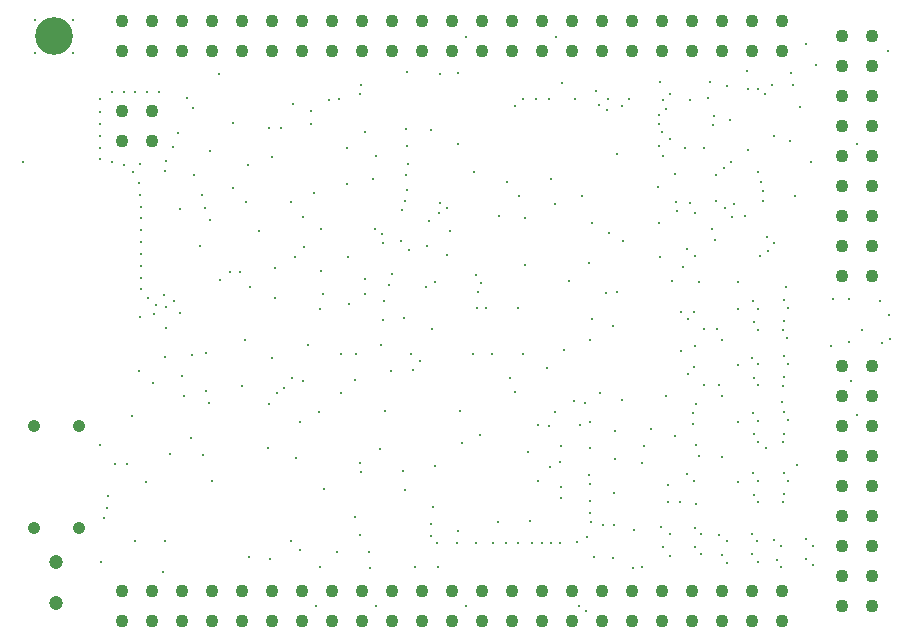
<source format=gbr>
%TF.GenerationSoftware,Altium Limited,Altium Designer,22.7.1 (60)*%
G04 Layer_Color=0*
%FSLAX45Y45*%
%MOMM*%
%TF.SameCoordinates,2D3331B9-BAF7-4184-A00F-DBC0A2210F31*%
%TF.FilePolarity,Positive*%
%TF.FileFunction,Plated,1,6,PTH,Drill*%
%TF.Part,Single*%
G01*
G75*
%TA.AperFunction,ComponentDrill*%
%ADD677C,1.10000*%
%ADD678C,1.10000*%
%ADD679C,1.05000*%
%ADD680C,3.20000*%
%ADD681C,1.20000*%
%TA.AperFunction,ViaDrill,NotFilled*%
%ADD682C,0.25000*%
D677*
X8128000Y2349500D02*
D03*
Y2095500D02*
D03*
Y1841500D02*
D03*
Y1587500D02*
D03*
Y1333500D02*
D03*
Y1079500D02*
D03*
Y825500D02*
D03*
X8382000Y2349500D02*
D03*
Y2095500D02*
D03*
Y1841500D02*
D03*
Y1587500D02*
D03*
Y1333500D02*
D03*
Y1079500D02*
D03*
Y825500D02*
D03*
X8128000Y571500D02*
D03*
Y317500D02*
D03*
X8382000Y571500D02*
D03*
Y317500D02*
D03*
X8128000Y5143500D02*
D03*
Y4889500D02*
D03*
Y4635500D02*
D03*
Y4381500D02*
D03*
Y4127500D02*
D03*
Y3873500D02*
D03*
Y3619500D02*
D03*
X8382000Y5143500D02*
D03*
Y4889500D02*
D03*
Y4635500D02*
D03*
Y4381500D02*
D03*
Y4127500D02*
D03*
Y3873500D02*
D03*
Y3619500D02*
D03*
X8128000Y3365500D02*
D03*
Y3111500D02*
D03*
X8382000Y3365500D02*
D03*
Y3111500D02*
D03*
X2286000Y4512400D02*
D03*
Y4258400D02*
D03*
X2032000Y4512400D02*
D03*
Y4258400D02*
D03*
D678*
Y190500D02*
D03*
X2286000D02*
D03*
X2540000D02*
D03*
X2794000D02*
D03*
X3048000D02*
D03*
X3302000D02*
D03*
X3556000D02*
D03*
X3810000D02*
D03*
X4064000D02*
D03*
X4318000D02*
D03*
X4572000D02*
D03*
X4826000D02*
D03*
X5080000D02*
D03*
X5334000D02*
D03*
X5588000D02*
D03*
X5842000D02*
D03*
X6096000D02*
D03*
X6350000D02*
D03*
X6604000D02*
D03*
X6858000D02*
D03*
X7112000D02*
D03*
X7366000D02*
D03*
X7620000D02*
D03*
X2032000Y444500D02*
D03*
X2286000D02*
D03*
X2540000D02*
D03*
X2794000D02*
D03*
X3048000D02*
D03*
X3302000D02*
D03*
X3556000D02*
D03*
X3810000D02*
D03*
X4064000D02*
D03*
X4318000D02*
D03*
X4572000D02*
D03*
X4826000D02*
D03*
X5080000D02*
D03*
X5334000D02*
D03*
X5588000D02*
D03*
X5842000D02*
D03*
X6096000D02*
D03*
X6350000D02*
D03*
X6604000D02*
D03*
X6858000D02*
D03*
X7112000D02*
D03*
X7366000D02*
D03*
X7620000D02*
D03*
X2032000Y5016500D02*
D03*
X2286000D02*
D03*
X2540000D02*
D03*
X2794000D02*
D03*
X3048000D02*
D03*
X3302000D02*
D03*
X3556000D02*
D03*
X3810000D02*
D03*
X4064000D02*
D03*
X4318000D02*
D03*
X4572000D02*
D03*
X4826000D02*
D03*
X5080000D02*
D03*
X5334000D02*
D03*
X5588000D02*
D03*
X5842000D02*
D03*
X6096000D02*
D03*
X6350000D02*
D03*
X6604000D02*
D03*
X6858000D02*
D03*
X7112000D02*
D03*
X7366000D02*
D03*
X7620000D02*
D03*
X2032000Y5270500D02*
D03*
X2286000D02*
D03*
X2540000D02*
D03*
X2794000D02*
D03*
X3048000D02*
D03*
X3302000D02*
D03*
X3556000D02*
D03*
X3810000D02*
D03*
X4064000D02*
D03*
X4318000D02*
D03*
X4572000D02*
D03*
X4826000D02*
D03*
X5080000D02*
D03*
X5334000D02*
D03*
X5588000D02*
D03*
X5842000D02*
D03*
X6096000D02*
D03*
X6350000D02*
D03*
X6604000D02*
D03*
X6858000D02*
D03*
X7112000D02*
D03*
X7366000D02*
D03*
X7620000D02*
D03*
D679*
X1672000Y978000D02*
D03*
X1292000D02*
D03*
X1672000Y1842000D02*
D03*
X1292000D02*
D03*
D680*
X1460500Y5143500D02*
D03*
D681*
X1480000Y695000D02*
D03*
Y345000D02*
D03*
D682*
X6869014Y1862609D02*
D03*
X6517797Y1814703D02*
D03*
X6199866Y1000972D02*
D03*
X6109103Y1006144D02*
D03*
X6080000Y2120000D02*
D03*
X6438295Y1525486D02*
D03*
X5910000Y1850000D02*
D03*
X5560000D02*
D03*
X5650000Y1840000D02*
D03*
X6030000Y730000D02*
D03*
X6190000Y722500D02*
D03*
X5990647Y1431763D02*
D03*
X5998767Y1352460D02*
D03*
X6268605Y2061571D02*
D03*
X6213390Y1796625D02*
D03*
X5994691Y1205648D02*
D03*
X5995000Y1655430D02*
D03*
X5970000Y900000D02*
D03*
X6010017Y1029913D02*
D03*
X5994978Y1103390D02*
D03*
X6201545Y1278754D02*
D03*
X6370000Y960000D02*
D03*
X5967633Y272699D02*
D03*
X5907440Y317440D02*
D03*
X6435385Y647909D02*
D03*
X6360000Y640000D02*
D03*
X5890000Y859213D02*
D03*
X6208114Y1563868D02*
D03*
X5998174Y1875000D02*
D03*
X5745000Y855000D02*
D03*
X5670006Y854056D02*
D03*
X5491177Y1038661D02*
D03*
X5589702Y850942D02*
D03*
X5509520Y852861D02*
D03*
X5390000Y850000D02*
D03*
X5220000Y1030000D02*
D03*
X5179338Y848294D02*
D03*
X5864580Y2053954D02*
D03*
X5960000Y2038584D02*
D03*
X7120000Y2100000D02*
D03*
X7090000Y2190000D02*
D03*
X6960000D02*
D03*
Y2660000D02*
D03*
X7070000D02*
D03*
X6920000Y3060000D02*
D03*
X3870000Y4612500D02*
D03*
X4440000Y4360000D02*
D03*
X1300500Y5283500D02*
D03*
Y5003500D02*
D03*
X1620500D02*
D03*
Y5283500D02*
D03*
X4682747Y1503402D02*
D03*
X7378777Y2898539D02*
D03*
X7380069Y1441414D02*
D03*
X7377172Y1951459D02*
D03*
X7424390Y1885414D02*
D03*
X6072813Y4562155D02*
D03*
X6142404Y4518397D02*
D03*
X6050000Y4680000D02*
D03*
X6590000Y4757500D02*
D03*
X6230000Y4150000D02*
D03*
X6660000Y1200000D02*
D03*
Y1340000D02*
D03*
X6019524Y2752748D02*
D03*
X6018125Y3563595D02*
D03*
X5229257Y3621307D02*
D03*
X5703323Y1959998D02*
D03*
X6721382Y3978618D02*
D03*
X6620000Y4130000D02*
D03*
X6576480Y3867338D02*
D03*
X6584488Y3564515D02*
D03*
X6900000Y1180000D02*
D03*
X7643968Y1449224D02*
D03*
X7626205Y2047500D02*
D03*
X7628893Y2185388D02*
D03*
X7663279Y2583984D02*
D03*
X7673536Y2370298D02*
D03*
X7643968Y2439223D02*
D03*
X7660000Y3020000D02*
D03*
X7485112Y1656801D02*
D03*
X7390409Y1772427D02*
D03*
X7425123Y1705944D02*
D03*
X6760000Y1200000D02*
D03*
X4240581Y3471270D02*
D03*
X4177817Y3512327D02*
D03*
X4250000Y3390000D02*
D03*
X6593129Y3275707D02*
D03*
X4060000Y4730000D02*
D03*
X4050000Y4650000D02*
D03*
X3790000Y4600000D02*
D03*
X4650000Y910000D02*
D03*
X4700000Y850000D02*
D03*
X4882230Y950913D02*
D03*
X4725905Y3732344D02*
D03*
X4788695Y3691326D02*
D03*
X3580000Y3360000D02*
D03*
X3640000Y4400000D02*
D03*
X8450000Y2900000D02*
D03*
X4900000Y1970000D02*
D03*
X2980000Y3860000D02*
D03*
X2640000Y4532833D02*
D03*
X6265622Y4553521D02*
D03*
X4400000Y3410000D02*
D03*
X4470147Y3335306D02*
D03*
X7159737Y4723983D02*
D03*
X7015527Y4754889D02*
D03*
X7049136Y4466648D02*
D03*
X7041126Y4389700D02*
D03*
X7540000Y4730000D02*
D03*
X7702500Y4830000D02*
D03*
X3540000Y1880000D02*
D03*
X5470000Y1620000D02*
D03*
X7672830Y1890000D02*
D03*
X7735777Y3790405D02*
D03*
X5320000Y2250000D02*
D03*
X5010000Y2450000D02*
D03*
X3470000Y3739832D02*
D03*
X2467798Y4206829D02*
D03*
X6877625Y2338752D02*
D03*
X6190000Y2690000D02*
D03*
X3658860Y3817500D02*
D03*
X5040000Y2840000D02*
D03*
X4420000Y2760000D02*
D03*
X4638253Y3580186D02*
D03*
X6690750Y3072093D02*
D03*
X2508230Y4322875D02*
D03*
X6799117Y4199151D02*
D03*
X5750000Y1670000D02*
D03*
X5747673Y1541987D02*
D03*
X5780000Y2486550D02*
D03*
X4500000Y2320000D02*
D03*
X4915575Y1699320D02*
D03*
X1885752Y1064249D02*
D03*
X1910000Y1150000D02*
D03*
X5930000Y3790000D02*
D03*
X5700000Y3720000D02*
D03*
X5017432Y3989517D02*
D03*
X7747500Y1508948D02*
D03*
X7628893Y1705388D02*
D03*
X1847887Y1685174D02*
D03*
X3509606Y1573840D02*
D03*
X4649005Y1010000D02*
D03*
X7424400Y4699156D02*
D03*
X7328319Y4846500D02*
D03*
X7340000Y4700000D02*
D03*
X5822616Y3070065D02*
D03*
X6454505Y1671541D02*
D03*
X2440000Y1610000D02*
D03*
X2180000Y2310000D02*
D03*
X7418679Y2365207D02*
D03*
X7368441Y2420895D02*
D03*
X6327943Y4608869D02*
D03*
X7060000Y3420000D02*
D03*
X7030000Y3510000D02*
D03*
X6890000Y3650000D02*
D03*
X7505734Y3328738D02*
D03*
X6726293Y3740410D02*
D03*
X7450000Y3910000D02*
D03*
X7460043Y3830000D02*
D03*
X7460000Y3750000D02*
D03*
X7314082Y3623987D02*
D03*
X7068166Y3969168D02*
D03*
X7220000Y3720000D02*
D03*
X7200000Y3610000D02*
D03*
X7418758Y3994981D02*
D03*
X7870000Y4080000D02*
D03*
X8524822Y5021488D02*
D03*
X7140000Y3690000D02*
D03*
X8467629Y2543086D02*
D03*
X7560000Y3390000D02*
D03*
X8060000Y2920000D02*
D03*
X8301041Y2657970D02*
D03*
X7500000Y3440000D02*
D03*
X7643968Y2909224D02*
D03*
X7673536Y2840298D02*
D03*
X8191820Y2549928D02*
D03*
X8039342Y2519342D02*
D03*
X8542436Y2581621D02*
D03*
X6890000Y3280000D02*
D03*
X7440000D02*
D03*
X6843692Y3732214D02*
D03*
X7130000Y4030000D02*
D03*
X7190000Y4080000D02*
D03*
X7068432Y3750256D02*
D03*
X6280000Y3410000D02*
D03*
X6160000Y3480000D02*
D03*
X6738605Y3663204D02*
D03*
X6820000Y3340000D02*
D03*
X5672500Y3935000D02*
D03*
X6790000Y3190000D02*
D03*
X7691319Y4259599D02*
D03*
X7425122Y2655943D02*
D03*
X7628893Y2655388D02*
D03*
X8210573Y2225834D02*
D03*
X8260000Y1940000D02*
D03*
X5750000Y1230000D02*
D03*
X5636720Y2335000D02*
D03*
X5430000Y2450000D02*
D03*
X5447500Y3601930D02*
D03*
Y3206821D02*
D03*
X4010002Y1070000D02*
D03*
X6830382Y2280300D02*
D03*
X6640000Y2100000D02*
D03*
X6899999Y2029926D02*
D03*
X6870000Y1950000D02*
D03*
X6600184Y990000D02*
D03*
X6582500Y4400000D02*
D03*
Y4210000D02*
D03*
Y4480000D02*
D03*
X5870000Y4610000D02*
D03*
X6150000D02*
D03*
X6720000Y1760000D02*
D03*
X5750000Y1330000D02*
D03*
X5660000Y1500000D02*
D03*
X6889999Y2520500D02*
D03*
X7250000Y3060000D02*
D03*
X6610000Y4330000D02*
D03*
X7560000Y4300000D02*
D03*
X6770000Y2810000D02*
D03*
X7340000Y4180000D02*
D03*
X7641590Y2259305D02*
D03*
X6920000Y1590000D02*
D03*
X7090000Y920000D02*
D03*
X6620000Y820000D02*
D03*
X8260000Y4230000D02*
D03*
X6000000Y2570002D02*
D03*
X6227500Y2974850D02*
D03*
X4870000Y850000D02*
D03*
X6844999Y4605000D02*
D03*
X5030000Y850000D02*
D03*
X5558495Y1379465D02*
D03*
X6960000Y4200000D02*
D03*
X7415000Y870298D02*
D03*
X7424390Y1375413D02*
D03*
X6886967Y983033D02*
D03*
X6940000Y930000D02*
D03*
Y760000D02*
D03*
X7417877Y692123D02*
D03*
X7371590Y759305D02*
D03*
X7890000Y670000D02*
D03*
X7831590Y719305D02*
D03*
X7830000Y890000D02*
D03*
X7890000Y830298D02*
D03*
X7369857Y930190D02*
D03*
X2870000Y3080000D02*
D03*
X2530000Y2800000D02*
D03*
X3031317Y3150000D02*
D03*
X3500000Y3270000D02*
D03*
X4670000Y1160000D02*
D03*
X2950000Y3150000D02*
D03*
X3330658Y2930659D02*
D03*
X4250000Y2740000D02*
D03*
X4660000Y2660000D02*
D03*
X5390000Y2840000D02*
D03*
X5992085Y3221698D02*
D03*
X2308692Y2793662D02*
D03*
X2410000Y2670000D02*
D03*
X2400000Y2430000D02*
D03*
X3540000Y790000D02*
D03*
X3470000Y870000D02*
D03*
X6674390Y925413D02*
D03*
X6891590Y819305D02*
D03*
X7155123Y685944D02*
D03*
X7615123Y645943D02*
D03*
X6879999Y1380000D02*
D03*
X6820000Y1440000D02*
D03*
X6770000Y2480000D02*
D03*
X7118163Y1582361D02*
D03*
X7118163Y2572361D02*
D03*
X7120409Y752426D02*
D03*
X7154390Y865413D02*
D03*
X6675123Y745943D02*
D03*
X7580409Y712426D02*
D03*
X7558441Y880895D02*
D03*
X7614390Y825413D02*
D03*
X7641589Y2729305D02*
D03*
X7390409Y2722426D02*
D03*
X7424390Y2835413D02*
D03*
X7253733Y2830000D02*
D03*
X6830382Y2750300D02*
D03*
X6877625Y2808752D02*
D03*
X7390409Y2252426D02*
D03*
X7425123Y2185943D02*
D03*
X7253733Y2360000D02*
D03*
X7641590Y1779306D02*
D03*
X7643968Y1959224D02*
D03*
X7628893Y1195388D02*
D03*
X7641590Y1269305D02*
D03*
X7673536Y1380298D02*
D03*
X6900000Y1680000D02*
D03*
X7253733Y1880001D02*
D03*
Y1370000D02*
D03*
X7390409Y1262426D02*
D03*
X7425123Y1195944D02*
D03*
X5116260Y2841998D02*
D03*
X5165000Y2450000D02*
D03*
X4710658Y650658D02*
D03*
X3712176Y646743D02*
D03*
X4140000Y642500D02*
D03*
X4130000Y780000D02*
D03*
X3860000D02*
D03*
X4050000Y920000D02*
D03*
X2560000Y2100000D02*
D03*
X3100000Y4050000D02*
D03*
X5073717Y3051151D02*
D03*
X5050000Y2980000D02*
D03*
X5030000Y3120000D02*
D03*
X4790000Y3290000D02*
D03*
X3610000Y2530000D02*
D03*
X3890000Y2450000D02*
D03*
X4020000D02*
D03*
X4230000Y2530000D02*
D03*
X4310000Y2309998D02*
D03*
X4610000Y3020000D02*
D03*
X4430000Y1300000D02*
D03*
X4251747Y2897500D02*
D03*
X6134119Y2970000D02*
D03*
X5400000Y3790000D02*
D03*
X5296038Y3910717D02*
D03*
X4880000Y4230000D02*
D03*
X5650001Y4609998D02*
D03*
X4655412Y4350000D02*
D03*
X4720000Y3650000D02*
D03*
X4810000Y3490000D02*
D03*
X4685114Y3064220D02*
D03*
X4410000Y3670000D02*
D03*
X8533671Y2778866D02*
D03*
X3270000Y1660000D02*
D03*
X5290000Y850000D02*
D03*
X4190000Y4130000D02*
D03*
X5360000Y2130000D02*
D03*
X5070000Y1770000D02*
D03*
X3200000Y3490000D02*
D03*
X2700000Y3370000D02*
D03*
X3077352Y2569393D02*
D03*
X3330000Y3180000D02*
D03*
X3750432Y1306337D02*
D03*
X7481743Y4650021D02*
D03*
X4010000Y2230000D02*
D03*
X3570000Y2220000D02*
D03*
X3710000Y2830000D02*
D03*
X4090000Y2960000D02*
D03*
X2190000Y2770000D02*
D03*
X4419412Y1459077D02*
D03*
X2720000Y1600000D02*
D03*
X3408565Y2166852D02*
D03*
X3350000Y2120000D02*
D03*
X4050000Y1530000D02*
D03*
X3290000Y720000D02*
D03*
X4520000Y650000D02*
D03*
X2150000Y870000D02*
D03*
X1860000Y690000D02*
D03*
X2400000Y870000D02*
D03*
X2380000Y610000D02*
D03*
X2120000Y1930000D02*
D03*
X1980000Y1523734D02*
D03*
X2080000Y1520000D02*
D03*
X1913791Y1250948D02*
D03*
X4220000Y1650000D02*
D03*
X3471666Y2250967D02*
D03*
X3700000Y1960000D02*
D03*
X3960000Y2880000D02*
D03*
X3739998Y2959999D02*
D03*
X2977500Y4407500D02*
D03*
X2710659Y3800659D02*
D03*
X2740000Y3690000D02*
D03*
X3090000Y3740000D02*
D03*
X2780000Y3590000D02*
D03*
X3570000Y3610000D02*
D03*
X4090000Y4330000D02*
D03*
X2780000Y4170000D02*
D03*
X3380000Y4370000D02*
D03*
X3720000Y3510000D02*
D03*
X3310000Y4120000D02*
D03*
X2769342Y2040661D02*
D03*
X2240000Y1370000D02*
D03*
X2410000Y2850000D02*
D03*
X2800000Y1380000D02*
D03*
X2620000Y1740000D02*
D03*
X2630000Y2440000D02*
D03*
X3110000Y730000D02*
D03*
X2540000Y2270000D02*
D03*
X3050000Y2180000D02*
D03*
X3310000Y2420000D02*
D03*
X3940000Y3890000D02*
D03*
Y4200000D02*
D03*
X5760000Y4750000D02*
D03*
X3950000Y3270000D02*
D03*
X3890000Y2120000D02*
D03*
X4060000Y1450000D02*
D03*
X4880000Y4830000D02*
D03*
X1200000Y4080000D02*
D03*
X2860000Y4820000D02*
D03*
X5360000Y4550000D02*
D03*
X4730000Y4820000D02*
D03*
X3480000Y4570000D02*
D03*
X4260000Y1970000D02*
D03*
X7910000Y4900000D02*
D03*
X7772455Y4541138D02*
D03*
X7720000Y4730000D02*
D03*
X7184135Y4430000D02*
D03*
X7830000Y5080000D02*
D03*
X7000000Y4617500D02*
D03*
X6680000Y4657500D02*
D03*
X4620000Y3370000D02*
D03*
X4450000Y4840000D02*
D03*
X8188000Y2914999D02*
D03*
X6641771Y4528229D02*
D03*
X6675815Y4271571D02*
D03*
X6620000Y4600000D02*
D03*
X3639998Y4509999D02*
D03*
X5430002Y4609998D02*
D03*
X2750002Y2140001D02*
D03*
X2389998Y2949999D02*
D03*
X4429999Y3750000D02*
D03*
X4952487Y5137236D02*
D03*
X5710469Y5139578D02*
D03*
X5540817Y4609998D02*
D03*
X4480001Y2449998D02*
D03*
X4560001Y2389998D02*
D03*
X4440001Y3970000D02*
D03*
X3121355Y3019999D02*
D03*
X2300575Y2211070D02*
D03*
X4300002Y3039999D02*
D03*
X4460001Y4060002D02*
D03*
X4160002Y3930000D02*
D03*
X4092499Y3090001D02*
D03*
X2320000Y2870000D02*
D03*
X2260000Y2930000D02*
D03*
X2480000Y2900000D02*
D03*
X2750002Y2460000D02*
D03*
X3679998Y319999D02*
D03*
X4189999D02*
D03*
X2200001Y3199999D02*
D03*
Y2999999D02*
D03*
Y3099999D02*
D03*
Y3299998D02*
D03*
Y3399998D02*
D03*
X2180001Y3900002D02*
D03*
X2200001Y3699998D02*
D03*
X2189998Y3800003D02*
D03*
X2049998Y4050000D02*
D03*
X1949999Y4080002D02*
D03*
X2129998Y3990000D02*
D03*
X2190000Y4060000D02*
D03*
X2200001Y3599998D02*
D03*
Y3499998D02*
D03*
X2530000Y3680000D02*
D03*
X2400000Y4000002D02*
D03*
X2650002Y3970000D02*
D03*
X1950000Y4670000D02*
D03*
X1849999Y4400001D02*
D03*
Y4500001D02*
D03*
X1850000Y4610000D02*
D03*
X1849999Y4300002D02*
D03*
Y4100002D02*
D03*
Y4200002D02*
D03*
X2050001Y4670000D02*
D03*
X2405305Y4087301D02*
D03*
X2590002Y4620001D02*
D03*
X2250000Y4670000D02*
D03*
X2150001D02*
D03*
X2350000D02*
D03*
X3279999Y4369999D02*
D03*
X3719998Y3156915D02*
D03*
X4949998Y319999D02*
D03*
X4453077Y4211808D02*
D03*
X4320002Y3130001D02*
D03*
X3279308Y2029998D02*
D03*
X4450659Y3840658D02*
D03*
%TF.MD5,8ec55f9a21529edb15caa92ce95a2311*%
M02*

</source>
